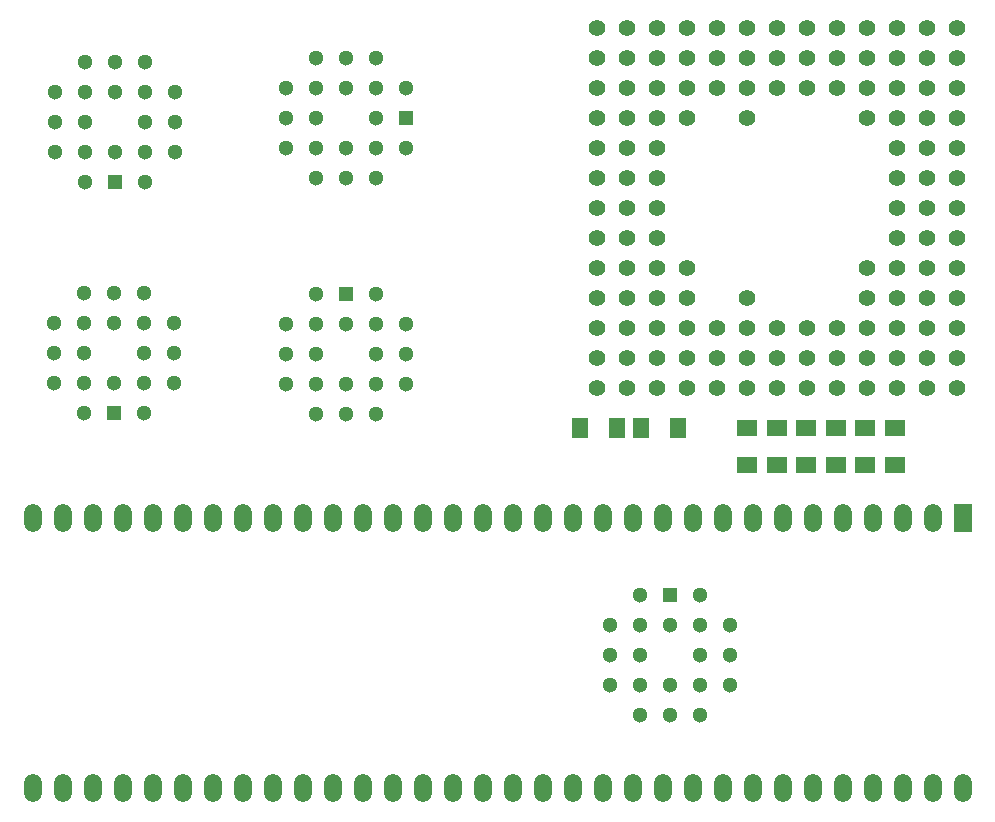
<source format=gbr>
%TF.GenerationSoftware,KiCad,Pcbnew,9.0.2+dfsg-1*%
%TF.CreationDate,2025-12-26T17:01:32-05:00*%
%TF.ProjectId,polyphloisboisterous030,706f6c79-7068-46c6-9f69-73626f697374,rev?*%
%TF.SameCoordinates,Original*%
%TF.FileFunction,Soldermask,Top*%
%TF.FilePolarity,Negative*%
%FSLAX46Y46*%
G04 Gerber Fmt 4.6, Leading zero omitted, Abs format (unit mm)*
G04 Created by KiCad (PCBNEW 9.0.2+dfsg-1) date 2025-12-26 17:01:32*
%MOMM*%
%LPD*%
G01*
G04 APERTURE LIST*
%ADD10R,1.800000X1.325000*%
%ADD11C,1.400000*%
%ADD12R,1.300000X1.300000*%
%ADD13C,1.300000*%
%ADD14R,1.325000X1.800000*%
%ADD15R,1.500000X2.400000*%
%ADD16O,1.500000X2.400000*%
G04 APERTURE END LIST*
D10*
%TO.C,C9*%
X186000000Y-70525000D03*
X186000000Y-67400000D03*
%TD*%
D11*
%TO.C,U1*%
X160760000Y-63980000D03*
X160760000Y-61440000D03*
X160760000Y-58900000D03*
X160760000Y-56360000D03*
X160760000Y-53820000D03*
X160760000Y-51280000D03*
X160760000Y-48740000D03*
X160760000Y-46200000D03*
X160760000Y-43660000D03*
X160760000Y-41120000D03*
X160760000Y-38580000D03*
X160760000Y-36040000D03*
X160760000Y-33500000D03*
X163300000Y-63980000D03*
X163300000Y-61440000D03*
X163300000Y-58900000D03*
X163300000Y-56360000D03*
X163300000Y-53820000D03*
X163300000Y-51280000D03*
X163300000Y-48740000D03*
X163300000Y-46200000D03*
X163300000Y-43660000D03*
X163300000Y-41120000D03*
X163300000Y-38580000D03*
X163300000Y-36040000D03*
X163300000Y-33500000D03*
X165840000Y-63980000D03*
X165840000Y-61440000D03*
X165840000Y-58900000D03*
X165840000Y-56360000D03*
X165840000Y-53820000D03*
X165840000Y-51280000D03*
X165840000Y-48740000D03*
X165840000Y-46200000D03*
X165840000Y-43660000D03*
X165840000Y-41120000D03*
X165840000Y-38580000D03*
X165840000Y-36040000D03*
X165840000Y-33500000D03*
X168380000Y-63980000D03*
X168380000Y-61440000D03*
X168380000Y-58900000D03*
X168380000Y-56360000D03*
X168380000Y-53820000D03*
X168380000Y-41120000D03*
X168380000Y-38580000D03*
X168380000Y-36040000D03*
X168380000Y-33500000D03*
X170920000Y-63980000D03*
X170920000Y-61440000D03*
X170920000Y-58900000D03*
X170920000Y-38580000D03*
X170920000Y-36040000D03*
X170920000Y-33500000D03*
X173460000Y-63980000D03*
X173460000Y-61440000D03*
X173460000Y-58900000D03*
X173460000Y-56360000D03*
X173460000Y-41120000D03*
X173460000Y-38580000D03*
X173460000Y-36040000D03*
X173460000Y-33500000D03*
X176000000Y-63980000D03*
X176000000Y-61440000D03*
X176000000Y-58900000D03*
X176000000Y-38580000D03*
X176000000Y-36040000D03*
X176000000Y-33500000D03*
X178540000Y-63980000D03*
X178540000Y-61440000D03*
X178540000Y-58900000D03*
X178540000Y-38580000D03*
X178540000Y-36040000D03*
X178540000Y-33500000D03*
X181080000Y-63980000D03*
X181080000Y-61440000D03*
X181080000Y-58900000D03*
X181080000Y-38580000D03*
X181080000Y-36040000D03*
X181080000Y-33500000D03*
X183620000Y-63980000D03*
X183620000Y-61440000D03*
X183620000Y-58900000D03*
X183620000Y-56360000D03*
X183620000Y-53820000D03*
X183620000Y-41120000D03*
X183620000Y-38580000D03*
X183620000Y-36040000D03*
X183620000Y-33500000D03*
X186160000Y-63980000D03*
X186160000Y-61440000D03*
X186160000Y-58900000D03*
X186160000Y-56360000D03*
X186160000Y-53820000D03*
X186160000Y-51280000D03*
X186160000Y-48740000D03*
X186160000Y-46200000D03*
X186160000Y-43660000D03*
X186160000Y-41120000D03*
X186160000Y-38580000D03*
X186160000Y-36040000D03*
X186160000Y-33500000D03*
X188700000Y-63980000D03*
X188700000Y-61440000D03*
X188700000Y-58900000D03*
X188700000Y-56360000D03*
X188700000Y-53820000D03*
X188700000Y-51280000D03*
X188700000Y-48740000D03*
X188700000Y-46200000D03*
X188700000Y-43660000D03*
X188700000Y-41120000D03*
X188700000Y-38580000D03*
X188700000Y-36040000D03*
X188700000Y-33500000D03*
X191240000Y-63980000D03*
X191240000Y-61440000D03*
X191240000Y-58900000D03*
X191240000Y-56360000D03*
X191240000Y-53820000D03*
X191240000Y-51280000D03*
X191240000Y-48740000D03*
X191240000Y-46200000D03*
X191240000Y-43660000D03*
X191240000Y-41120000D03*
X191240000Y-38580000D03*
X191240000Y-36040000D03*
X191240000Y-33500000D03*
%TD*%
D12*
%TO.C,U7*%
X119960000Y-46500000D03*
D13*
X119960000Y-43960000D03*
X122500000Y-46500000D03*
X125040000Y-43960000D03*
X122500000Y-43960000D03*
X125040000Y-41420000D03*
X122500000Y-41420000D03*
X125040000Y-38880000D03*
X122500000Y-36340000D03*
X122500000Y-38880000D03*
X119960000Y-36340000D03*
X119960000Y-38880000D03*
X117420000Y-36340000D03*
X114880000Y-38880000D03*
X117420000Y-38880000D03*
X114880000Y-41420000D03*
X117420000Y-41420000D03*
X114880000Y-43960000D03*
X117420000Y-46500000D03*
X117420000Y-43960000D03*
%TD*%
D12*
%TO.C,U5*%
X166960000Y-81500000D03*
D13*
X166960000Y-84040000D03*
X164420000Y-81500000D03*
X161880000Y-84040000D03*
X164420000Y-84040000D03*
X161880000Y-86580000D03*
X164420000Y-86580000D03*
X161880000Y-89120000D03*
X164420000Y-91660000D03*
X164420000Y-89120000D03*
X166960000Y-91660000D03*
X166960000Y-89120000D03*
X169500000Y-91660000D03*
X172040000Y-89120000D03*
X169500000Y-89120000D03*
X172040000Y-86580000D03*
X169500000Y-86580000D03*
X172040000Y-84040000D03*
X169500000Y-81500000D03*
X169500000Y-84040000D03*
%TD*%
D12*
%TO.C,U4*%
X139540000Y-56000000D03*
D13*
X139540000Y-58540000D03*
X137000000Y-56000000D03*
X134460000Y-58540000D03*
X137000000Y-58540000D03*
X134460000Y-61080000D03*
X137000000Y-61080000D03*
X134460000Y-63620000D03*
X137000000Y-66160000D03*
X137000000Y-63620000D03*
X139540000Y-66160000D03*
X139540000Y-63620000D03*
X142080000Y-66160000D03*
X144620000Y-63620000D03*
X142080000Y-63620000D03*
X144620000Y-61080000D03*
X142080000Y-61080000D03*
X144620000Y-58540000D03*
X142080000Y-56000000D03*
X142080000Y-58540000D03*
%TD*%
D14*
%TO.C,R14*%
X167625000Y-67400000D03*
X164500000Y-67400000D03*
%TD*%
D10*
%TO.C,R1*%
X173500000Y-67400000D03*
X173500000Y-70525000D03*
%TD*%
D12*
%TO.C,U3*%
X144620000Y-41080000D03*
D13*
X142080000Y-41080000D03*
X144620000Y-38540000D03*
X142080000Y-36000000D03*
X142080000Y-38540000D03*
X139540000Y-36000000D03*
X139540000Y-38540000D03*
X137000000Y-36000000D03*
X134460000Y-38540000D03*
X137000000Y-38540000D03*
X134460000Y-41080000D03*
X137000000Y-41080000D03*
X134460000Y-43620000D03*
X137000000Y-46160000D03*
X137000000Y-43620000D03*
X139540000Y-46160000D03*
X139540000Y-43620000D03*
X142080000Y-46160000D03*
X144620000Y-43620000D03*
X142080000Y-43620000D03*
%TD*%
D10*
%TO.C,R6*%
X176000000Y-67400000D03*
X176000000Y-70525000D03*
%TD*%
%TO.C,R8*%
X183500000Y-67400000D03*
X183500000Y-70525000D03*
%TD*%
D12*
%TO.C,U6*%
X119920000Y-66080000D03*
D13*
X119920000Y-63540000D03*
X122460000Y-66080000D03*
X125000000Y-63540000D03*
X122460000Y-63540000D03*
X125000000Y-61000000D03*
X122460000Y-61000000D03*
X125000000Y-58460000D03*
X122460000Y-55920000D03*
X122460000Y-58460000D03*
X119920000Y-55920000D03*
X119920000Y-58460000D03*
X117380000Y-55920000D03*
X114840000Y-58460000D03*
X117380000Y-58460000D03*
X114840000Y-61000000D03*
X117380000Y-61000000D03*
X114840000Y-63540000D03*
X117380000Y-66080000D03*
X117380000Y-63540000D03*
%TD*%
D15*
%TO.C,IC1*%
X191740000Y-75000000D03*
D16*
X189200000Y-75000000D03*
X186660000Y-75000000D03*
X184120000Y-75000000D03*
X181580000Y-75000000D03*
X179040000Y-75000000D03*
X176500000Y-75000000D03*
X173960000Y-75000000D03*
X171420000Y-75000000D03*
X168880000Y-75000000D03*
X166340000Y-75000000D03*
X163800000Y-75000000D03*
X161260000Y-75000000D03*
X158720000Y-75000000D03*
X156180000Y-75000000D03*
X153640000Y-75000000D03*
X151100000Y-75000000D03*
X148560000Y-75000000D03*
X146020000Y-75000000D03*
X143480000Y-75000000D03*
X140940000Y-75000000D03*
X138400000Y-75000000D03*
X135860000Y-75000000D03*
X133320000Y-75000000D03*
X130780000Y-75000000D03*
X128240000Y-75000000D03*
X125700000Y-75000000D03*
X123160000Y-75000000D03*
X120620000Y-75000000D03*
X118080000Y-75000000D03*
X115540000Y-75000000D03*
X113000000Y-75000000D03*
X113000000Y-97860000D03*
X115540000Y-97860000D03*
X118080000Y-97860000D03*
X120620000Y-97860000D03*
X123160000Y-97860000D03*
X125700000Y-97860000D03*
X128240000Y-97860000D03*
X130780000Y-97860000D03*
X133320000Y-97860000D03*
X135860000Y-97860000D03*
X138400000Y-97860000D03*
X140940000Y-97860000D03*
X143480000Y-97860000D03*
X146020000Y-97860000D03*
X148560000Y-97860000D03*
X151100000Y-97860000D03*
X153640000Y-97860000D03*
X156180000Y-97860000D03*
X158720000Y-97860000D03*
X161260000Y-97860000D03*
X163800000Y-97860000D03*
X166340000Y-97860000D03*
X168880000Y-97860000D03*
X171420000Y-97860000D03*
X173960000Y-97860000D03*
X176500000Y-97860000D03*
X179040000Y-97860000D03*
X181580000Y-97860000D03*
X184120000Y-97860000D03*
X186660000Y-97860000D03*
X189200000Y-97860000D03*
X191740000Y-97860000D03*
%TD*%
D10*
%TO.C,R7*%
X181000000Y-67400000D03*
X181000000Y-70525000D03*
%TD*%
%TO.C,R15*%
X178500000Y-67400000D03*
X178500000Y-70525000D03*
%TD*%
D14*
%TO.C,R13*%
X159375000Y-67400000D03*
X162500000Y-67400000D03*
%TD*%
M02*

</source>
